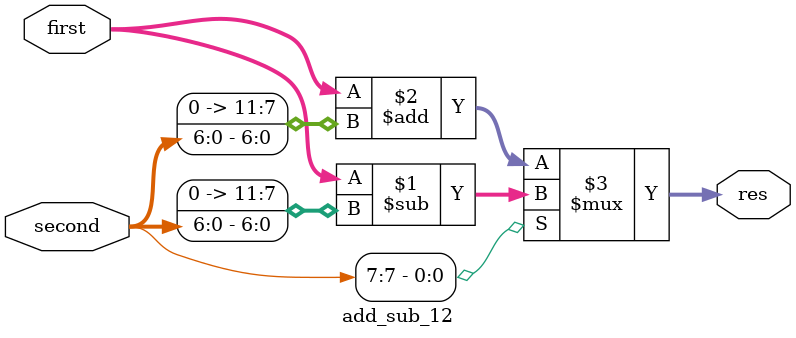
<source format=sv>
module adder_12(first, second, sum);

	input [11:0] first, second;
	output logic [11:0] sum;

	assign sum = first + second;

endmodule

module add_sub_12(first, second, res);
	
	input[11:0] first;
	input[7:0] second;
	output logic [11:0] res;
		
	assign res = second[7] ? (first - {5'b0, second[6:0]}) : (first + {5'b0, second[6:0]});

endmodule

</source>
